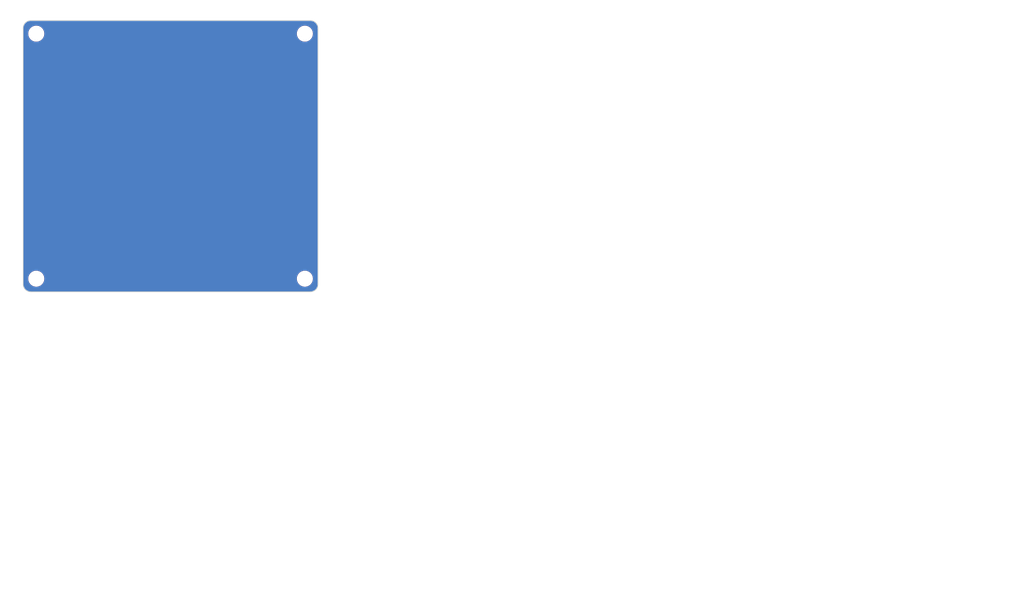
<source format=kicad_pcb>
(kicad_pcb (version 20221018) (generator pcbnew)
  (layers (0 "F.Cu" signal) (31 "B.Cu" signal) (34 "B.Paste" user) (35 "F.Paste" user) (36 "B.SilkS" user "B.Silkscreen") (37 "F.SilkS" user "F.Silkscreen") (38 "B.Mask" user) (39 "F.Mask" user) (44 "Edge.Cuts" user))
  (net 0 "")
  (footprint "MountingHole:MountingHole_2.2mm_M2" (layer "F.Cu") (at 85.775 72.386)
    (fp_text reference "H1" hide)
    (fp_text value "M2")
    (pad "" np_thru_hole circle (at 0 0) (size 2.2 2.2) (drill 2.2) (layers "*.Cu" "*.Mask"))
  )
  (footprint "MountingHole:MountingHole_2.2mm_M2" (layer "F.Cu") (at 85.775 31.2)
    (fp_text reference "H7" hide)
    (fp_text value "M2")
    (pad "" np_thru_hole circle locked (at 0 0) (size 2.2 2.2) (drill 2.2) (layers "*.Cu" "*.Mask"))
  )
  (footprint "MountingHole:MountingHole_2.2mm_M2" (layer "F.Cu") (at 40.661 31.2)
    (fp_text reference "H6" hide)
    (fp_text value "M2")
    (pad "" np_thru_hole circle locked (at 0 0) (size 2.2 2.2) (drill 2.2) (layers "*.Cu" "*.Mask"))
  )
  (footprint "MountingHole:MountingHole_2.2mm_M2" (layer "F.Cu") (at 40.661 72.386)
    (fp_text reference "H2" hide)
    (fp_text value "M2")
    (pad "" np_thru_hole circle (at 0 0) (size 2.2 2.2) (drill 2.2) (layers "*.Cu" "*.Mask"))
  )
  (footprint "DreaM117er-keebLibrary:Trackpad_Cirque_TM040040" (layer "F.Cu") (at 63.218 99.493 -90)
    (fp_text reference "H5" hide)
    (fp_text value "TM040040")
  )
  (gr_line (start 86.705 29) (end 39.731 29) (stroke (width 0.12)) (layer "Edge.Cuts"))
  (gr_arc locked (start 39.731 74.586) (mid 38.832974 74.214026) (end 38.461 73.316) (stroke (width 0.12)) (layer "Edge.Cuts"))
  (gr_arc locked (start 38.461 30.27) (mid 38.832974 29.371974) (end 39.731 29) (stroke (width 0.12)) (layer "Edge.Cuts"))
  (gr_line (start 87.975 73.316) (end 87.975 30.27) (stroke (width 0.12)) (layer "Edge.Cuts"))
  (gr_line (start 86.705 74.586) (end 39.731 74.586) (stroke (width 0.12)) (layer "Edge.Cuts"))
  (gr_line (start 38.461 30.27) (end 38.461 73.316) (stroke (width 0.12)) (layer "Edge.Cuts"))
  (gr_arc locked (start 87.975 73.316) (mid 87.603026 74.214026) (end 86.705 74.586) (stroke (width 0.12)) (layer "Edge.Cuts"))
  (gr_arc locked (start 86.705 29) (mid 87.603026 29.371974) (end 87.975 30.27) (stroke (width 0.12)) (layer "Edge.Cuts"))
  (zone (net 0) (net_name "") (layers "F&B.Cu") (connect_pads (clearance 0.5)) (min_thickness 0.25) (fill yes (thermal_gap 0.5) (thermal_bridge_width 0.5))
    (polygon (pts (xy 34.85 25.54) (xy 34.57 127.52) (xy 205.94 127.75) (xy 206.56 25.66)))
  )
)
</source>
